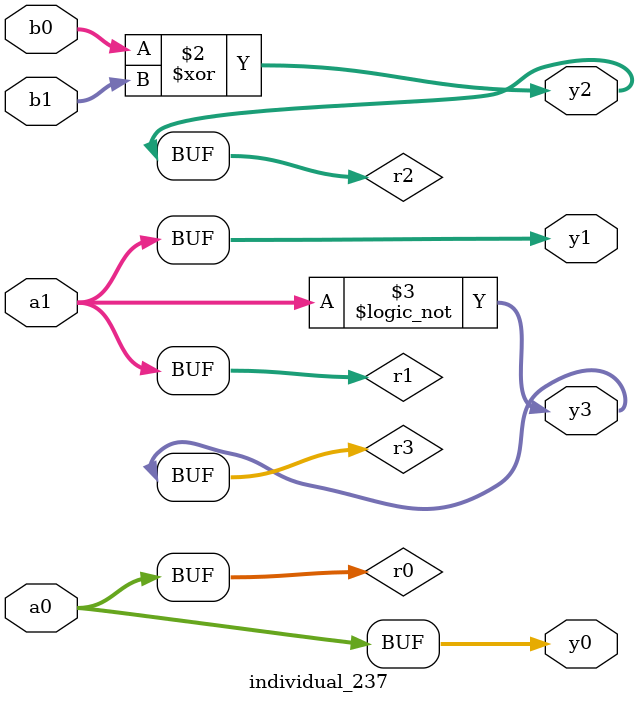
<source format=sv>
module individual_237(input logic [15:0] a1, input logic [15:0] a0, input logic [15:0] b1, input logic [15:0] b0, output logic [15:0] y3, output logic [15:0] y2, output logic [15:0] y1, output logic [15:0] y0);
logic [15:0] r0, r1, r2, r3; 
 always@(*) begin 
	 r0 = a0; r1 = a1; r2 = b0; r3 = b1; 
 	 r2  ^=  b1 ;
 	 r3 = ! r1 ;
 	 y3 = r3; y2 = r2; y1 = r1; y0 = r0; 
end
endmodule
</source>
